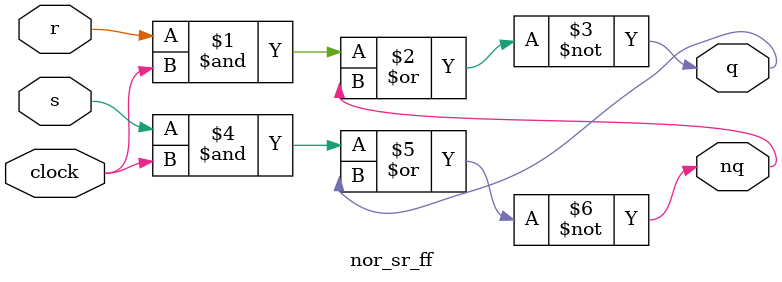
<source format=v>


`timescale 1ns / 1ps

module nor_sr_ff(
    input s, r, clock,
    output q, nq
);

assign q = ~((r & clock) | nq);
assign nq = ~((s & clock) | q);
    
endmodule
</source>
